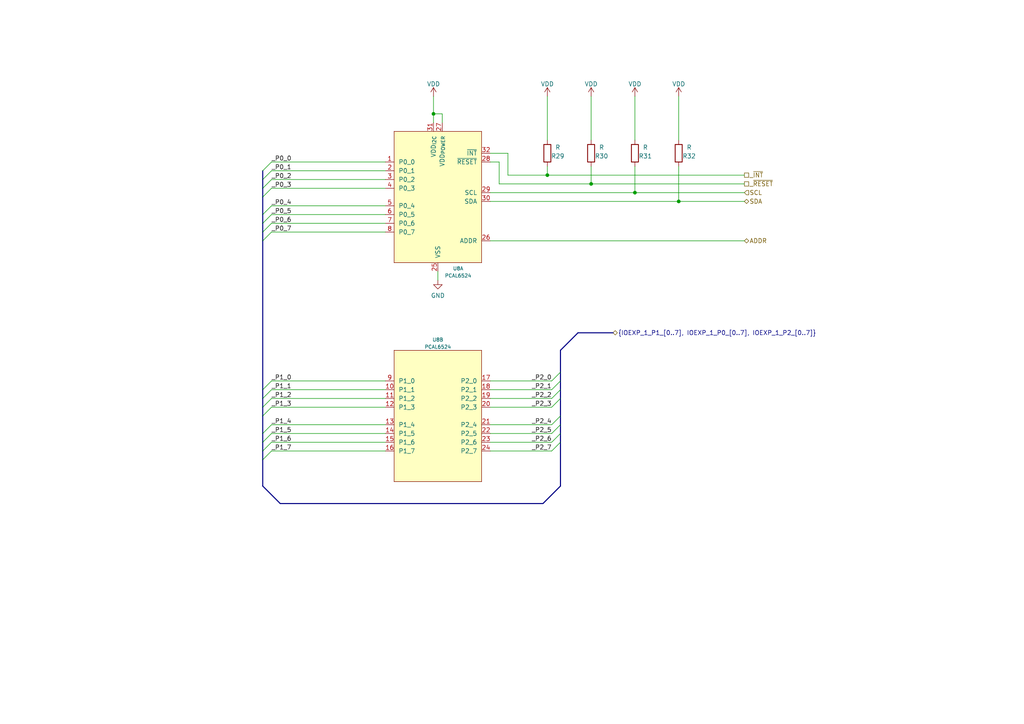
<source format=kicad_sch>
(kicad_sch (version 20230121) (generator eeschema)
  (paper "A4")
  (lib_symbols
    (symbol "0.Project:PCAL6524" (pin_names (offset 1.27))
      (property "Reference" "U" (at 0 0 0))
      (property "Value" "PCAL6524" (at 0 0 0))
      (symbol "PCAL6524_0_0"
        (pin bidirectional line (at 12.7 -40.64 90) (length 2.54) hide (name "VSS") (number "EPAD"))
      )
      (symbol "PCAL6524_0_1"
        (rectangle (start 0 0) (end 25.4 -38.1) (fill (type background)))
      )
      (symbol "PCAL6524_1_1"
        (pin bidirectional line (at -2.54 -8.89 0) (length 2.54) (name "P0_0") (number "1"))
        (pin bidirectional line (at -2.54 -11.43 0) (length 2.54) (name "P0_1") (number "2"))
        (pin power_in line (at 12.7 -40.64 90) (length 2.54) (name "VSS") (number "25"))
        (pin passive line (at 27.94 -31.75 180) (length 2.54) (name "ADDR") (number "26"))
        (pin power_in line (at 13.97 2.54 270) (length 2.54) (name "VDD_{POWER}") (number "27"))
        (pin input line (at 27.94 -8.89 180) (length 2.54) (name "~{RESET}") (number "28"))
        (pin input line (at 27.94 -17.78 180) (length 2.54) (name "SCL") (number "29"))
        (pin bidirectional line (at -2.54 -13.97 0) (length 2.54) (name "P0_2") (number "3"))
        (pin bidirectional line (at 27.94 -20.32 180) (length 2.54) (name "SDA") (number "30"))
        (pin input line (at 11.43 2.54 270) (length 2.54) (name "VDD_{I2C}") (number "31"))
        (pin output line (at 27.94 -6.35 180) (length 2.54) (name "~{INT}") (number "32"))
        (pin bidirectional line (at -2.54 -16.51 0) (length 2.54) (name "P0_3") (number "4"))
        (pin bidirectional line (at -2.54 -21.59 0) (length 2.54) (name "P0_4") (number "5"))
        (pin bidirectional line (at -2.54 -24.13 0) (length 2.54) (name "P0_5") (number "6"))
        (pin bidirectional line (at -2.54 -26.67 0) (length 2.54) (name "P0_6") (number "7"))
        (pin bidirectional line (at -2.54 -29.21 0) (length 2.54) (name "P0_7") (number "8"))
      )
      (symbol "PCAL6524_2_1"
        (pin bidirectional line (at -2.54 -11.43 0) (length 2.54) (name "P1_1") (number "10"))
        (pin bidirectional line (at -2.54 -13.97 0) (length 2.54) (name "P1_2") (number "11"))
        (pin bidirectional line (at -2.54 -16.51 0) (length 2.54) (name "P1_3") (number "12"))
        (pin bidirectional line (at -2.54 -21.59 0) (length 2.54) (name "P1_4") (number "13"))
        (pin bidirectional line (at -2.54 -24.13 0) (length 2.54) (name "P1_5") (number "14"))
        (pin bidirectional line (at -2.54 -26.67 0) (length 2.54) (name "P1_6") (number "15"))
        (pin bidirectional line (at -2.54 -29.21 0) (length 2.54) (name "P1_7") (number "16"))
        (pin bidirectional line (at 27.94 -8.89 180) (length 2.54) (name "P2_0") (number "17"))
        (pin bidirectional line (at 27.94 -11.43 180) (length 2.54) (name "P2_1") (number "18"))
        (pin bidirectional line (at 27.94 -13.97 180) (length 2.54) (name "P2_2") (number "19"))
        (pin bidirectional line (at 27.94 -16.51 180) (length 2.54) (name "P2_3") (number "20"))
        (pin bidirectional line (at 27.94 -21.59 180) (length 2.54) (name "P2_4") (number "21"))
        (pin bidirectional line (at 27.94 -24.13 180) (length 2.54) (name "P2_5") (number "22"))
        (pin bidirectional line (at 27.94 -26.67 180) (length 2.54) (name "P2_6") (number "23"))
        (pin bidirectional line (at 27.94 -29.21 180) (length 2.54) (name "P2_7") (number "24"))
        (pin bidirectional line (at -2.54 -8.89 0) (length 2.54) (name "P1_0") (number "9"))
      )
    )
    (symbol "4ms_Power-symbol:GND" (power) (pin_names (offset 0))
      (property "Value" "GND" (at 0 -3.81 0))
      (symbol "GND_0_1"
        (polyline (pts (xy 0 0) (xy 0 -1.27) (xy 1.27 -1.27) (xy 0 -2.54) (xy -1.27 -1.27) (xy 0 -1.27)))
      )
      (symbol "GND_1_1"
        (pin power_in line (at 0 0 270) (length 0) hide (name "GND") (number "1"))
      )
    )
    (symbol "Device:R" (pin_numbers hide) (pin_names (offset 0))
      (property "Reference" "R" (at 2.032 0 90))
      (property "Value" "R" (at 0 0 90))
      (symbol "R_0_1"
        (rectangle (start -1.016 -2.54) (end 1.016 2.54) (stroke (width 0.254)))
      )
      (symbol "R_1_1"
        (pin passive line (at 0 3.81 270) (length 1.27) (name "~") (number "1"))
        (pin passive line (at 0 -3.81 90) (length 1.27) (name "~") (number "2"))
      )
    )
    (symbol "PCAL6524_1" (pin_names (offset 1.27))
      (property "Reference" "U" (at 0 0 0))
      (property "Value" "PCAL6524_1" (at 0 0 0))
      (symbol "PCAL6524_1_0_0"
        (pin bidirectional line (at 12.7 -40.64 90) (length 2.54) hide (name "VSS") (number "EPAD"))
      )
      (symbol "PCAL6524_1_0_1"
        (rectangle (start 0 0) (end 25.4 -38.1) (fill (type background)))
      )
      (symbol "PCAL6524_1_1_1"
        (pin bidirectional line (at -2.54 -8.89 0) (length 2.54) (name "P0_0") (number "1"))
        (pin bidirectional line (at -2.54 -11.43 0) (length 2.54) (name "P0_1") (number "2"))
        (pin power_in line (at 12.7 -40.64 90) (length 2.54) (name "VSS") (number "25"))
        (pin passive line (at 27.94 -31.75 180) (length 2.54) (name "ADDR") (number "26"))
        (pin power_in line (at 13.97 2.54 270) (length 2.54) (name "VDD_{POWER}") (number "27"))
        (pin input line (at 27.94 -8.89 180) (length 2.54) (name "~{RESET}") (number "28"))
        (pin input line (at 27.94 -17.78 180) (length 2.54) (name "SCL") (number "29"))
        (pin bidirectional line (at -2.54 -13.97 0) (length 2.54) (name "P0_2") (number "3"))
        (pin bidirectional line (at 27.94 -20.32 180) (length 2.54) (name "SDA") (number "30"))
        (pin input line (at 11.43 2.54 270) (length 2.54) (name "VDD_{I2C}") (number "31"))
        (pin output line (at 27.94 -6.35 180) (length 2.54) (name "~{INT}") (number "32"))
        (pin bidirectional line (at -2.54 -16.51 0) (length 2.54) (name "P0_3") (number "4"))
        (pin bidirectional line (at -2.54 -21.59 0) (length 2.54) (name "P0_4") (number "5"))
        (pin bidirectional line (at -2.54 -24.13 0) (length 2.54) (name "P0_5") (number "6"))
        (pin bidirectional line (at -2.54 -26.67 0) (length 2.54) (name "P0_6") (number "7"))
        (pin bidirectional line (at -2.54 -29.21 0) (length 2.54) (name "P0_7") (number "8"))
      )
      (symbol "PCAL6524_1_2_1"
        (pin bidirectional line (at -2.54 -11.43 0) (length 2.54) (name "P1_1") (number "10"))
        (pin bidirectional line (at -2.54 -13.97 0) (length 2.54) (name "P1_2") (number "11"))
        (pin bidirectional line (at -2.54 -16.51 0) (length 2.54) (name "P1_3") (number "12"))
        (pin bidirectional line (at -2.54 -21.59 0) (length 2.54) (name "P1_4") (number "13"))
        (pin bidirectional line (at -2.54 -24.13 0) (length 2.54) (name "P1_5") (number "14"))
        (pin bidirectional line (at -2.54 -26.67 0) (length 2.54) (name "P1_6") (number "15"))
        (pin bidirectional line (at -2.54 -29.21 0) (length 2.54) (name "P1_7") (number "16"))
        (pin bidirectional line (at 27.94 -8.89 180) (length 2.54) (name "P2_0") (number "17"))
        (pin bidirectional line (at 27.94 -11.43 180) (length 2.54) (name "P2_1") (number "18"))
        (pin bidirectional line (at 27.94 -13.97 180) (length 2.54) (name "P2_2") (number "19"))
        (pin bidirectional line (at 27.94 -16.51 180) (length 2.54) (name "P2_3") (number "20"))
        (pin bidirectional line (at 27.94 -21.59 180) (length 2.54) (name "P2_4") (number "21"))
        (pin bidirectional line (at 27.94 -24.13 180) (length 2.54) (name "P2_5") (number "22"))
        (pin bidirectional line (at 27.94 -26.67 180) (length 2.54) (name "P2_6") (number "23"))
        (pin bidirectional line (at 27.94 -29.21 180) (length 2.54) (name "P2_7") (number "24"))
        (pin bidirectional line (at -2.54 -8.89 0) (length 2.54) (name "P1_0") (number "9"))
      )
    )
    (symbol "power:VDD" (power) (pin_names (offset 0))
      (property "Value" "VDD" (at 0 3.81 0))
      (symbol "VDD_0_1"
        (polyline (pts (xy -0.762 1.27) (xy 0 2.54)))
        (polyline (pts (xy 0 0) (xy 0 2.54)))
        (polyline (pts (xy 0 2.54) (xy 0.762 1.27)))
      )
      (symbol "VDD_1_1"
        (pin power_in line (at 0 0 90) (length 0) hide (name "VDD") (number "1"))
      )
    )
  )
  (junction (at 196.85 58.42))
  (junction (at 171.45 53.34))
  (junction (at 125.73 33.02))
  (junction (at 158.75 50.8))
  (junction (at 184.15 55.88))
  (bus_entry (at 160.02 110.49) (size 2.54 -2.54))
  (bus_entry (at 76.2 64.77) (size 2.54 -2.54))
  (bus_entry (at 160.02 113.03) (size 2.54 -2.54))
  (bus_entry (at 160.02 130.81) (size 2.54 -2.54))
  (bus_entry (at 76.2 130.81) (size 2.54 -2.54))
  (bus_entry (at 160.02 123.19) (size 2.54 -2.54))
  (bus_entry (at 76.2 54.61) (size 2.54 -2.54))
  (bus_entry (at 160.02 118.11) (size 2.54 -2.54))
  (bus_entry (at 76.2 115.57) (size 2.54 -2.54))
  (bus_entry (at 76.2 57.15) (size 2.54 -2.54))
  (bus_entry (at 76.2 113.03) (size 2.54 -2.54))
  (bus_entry (at 76.2 69.85) (size 2.54 -2.54))
  (bus_entry (at 76.2 120.65) (size 2.54 -2.54))
  (bus_entry (at 76.2 125.73) (size 2.54 -2.54))
  (bus_entry (at 76.2 52.07) (size 2.54 -2.54))
  (bus_entry (at 76.2 49.53) (size 2.54 -2.54))
  (bus_entry (at 76.2 128.27) (size 2.54 -2.54))
  (bus_entry (at 76.2 133.35) (size 2.54 -2.54))
  (bus_entry (at 160.02 128.27) (size 2.54 -2.54))
  (bus_entry (at 160.02 115.57) (size 2.54 -2.54))
  (bus_entry (at 76.2 118.11) (size 2.54 -2.54))
  (bus_entry (at 76.2 67.31) (size 2.54 -2.54))
  (bus_entry (at 76.2 62.23) (size 2.54 -2.54))
  (bus_entry (at 160.02 125.73) (size 2.54 -2.54))
  (wire (pts (xy 127 78.74) (xy 127 81.28)))
  (bus (pts (xy 76.2 54.61) (xy 76.2 57.15)))
  (bus (pts (xy 81.28 146.05) (xy 157.48 146.05)))
  (bus (pts (xy 162.56 115.57) (xy 162.56 113.03)))
  (wire (pts (xy 142.24 44.45) (xy 147.32 44.45)))
  (bus (pts (xy 81.28 146.05) (xy 76.2 140.97)))
  (wire (pts (xy 142.24 118.11) (xy 160.02 118.11)))
  (wire (pts (xy 78.74 49.53) (xy 111.76 49.53)))
  (bus (pts (xy 76.2 57.15) (xy 76.2 62.23)))
  (bus (pts (xy 76.2 67.31) (xy 76.2 69.85)))
  (wire (pts (xy 184.15 27.94) (xy 184.15 40.64)))
  (bus (pts (xy 162.56 110.49) (xy 162.56 107.95)))
  (wire (pts (xy 171.45 27.94) (xy 171.45 40.64)))
  (bus (pts (xy 162.56 125.73) (xy 162.56 123.19)))
  (bus (pts (xy 76.2 62.23) (xy 76.2 64.77)))
  (wire (pts (xy 142.24 128.27) (xy 160.02 128.27)))
  (wire (pts (xy 128.27 33.02) (xy 128.27 35.56)))
  (bus (pts (xy 157.48 146.05) (xy 162.56 140.97)))
  (bus (pts (xy 76.2 113.03) (xy 76.2 115.57)))
  (wire (pts (xy 196.85 27.94) (xy 196.85 40.64)))
  (wire (pts (xy 142.24 113.03) (xy 160.02 113.03)))
  (wire (pts (xy 196.85 48.26) (xy 196.85 58.42)))
  (bus (pts (xy 162.56 101.6) (xy 167.64 96.52)))
  (wire (pts (xy 78.74 118.11) (xy 111.76 118.11)))
  (wire (pts (xy 184.15 48.26) (xy 184.15 55.88)))
  (bus (pts (xy 76.2 64.77) (xy 76.2 67.31)))
  (bus (pts (xy 162.56 140.97) (xy 162.56 128.27)))
  (wire (pts (xy 78.74 52.07) (xy 111.76 52.07)))
  (wire (pts (xy 158.75 27.94) (xy 158.75 40.64)))
  (wire (pts (xy 147.32 50.8) (xy 158.75 50.8)))
  (bus (pts (xy 76.2 69.85) (xy 76.2 113.03)))
  (bus (pts (xy 76.2 118.11) (xy 76.2 120.65)))
  (bus (pts (xy 162.56 123.19) (xy 162.56 120.65)))
  (bus (pts (xy 76.2 125.73) (xy 76.2 128.27)))
  (wire (pts (xy 78.74 128.27) (xy 111.76 128.27)))
  (bus (pts (xy 167.64 96.52) (xy 177.8 96.52)))
  (wire (pts (xy 78.74 123.19) (xy 111.76 123.19)))
  (wire (pts (xy 78.74 113.03) (xy 111.76 113.03)))
  (wire (pts (xy 78.74 59.69) (xy 111.76 59.69)))
  (wire (pts (xy 142.24 69.85) (xy 215.9 69.85)))
  (bus (pts (xy 162.56 128.27) (xy 162.56 125.73)))
  (wire (pts (xy 142.24 55.88) (xy 184.15 55.88)))
  (bus (pts (xy 162.56 120.65) (xy 162.56 115.57)))
  (wire (pts (xy 144.78 46.99) (xy 144.78 53.34)))
  (wire (pts (xy 158.75 50.8) (xy 215.9 50.8)))
  (wire (pts (xy 142.24 58.42) (xy 196.85 58.42)))
  (bus (pts (xy 76.2 133.35) (xy 76.2 130.81)))
  (wire (pts (xy 158.75 50.8) (xy 158.75 48.26)))
  (wire (pts (xy 142.24 123.19) (xy 160.02 123.19)))
  (wire (pts (xy 78.74 54.61) (xy 111.76 54.61)))
  (wire (pts (xy 78.74 46.99) (xy 111.76 46.99)))
  (wire (pts (xy 160.02 110.49) (xy 142.24 110.49)))
  (bus (pts (xy 76.2 118.11) (xy 76.2 115.57)))
  (wire (pts (xy 147.32 44.45) (xy 147.32 50.8)))
  (wire (pts (xy 142.24 125.73) (xy 160.02 125.73)))
  (wire (pts (xy 144.78 53.34) (xy 171.45 53.34)))
  (wire (pts (xy 184.15 55.88) (xy 215.9 55.88)))
  (bus (pts (xy 162.56 113.03) (xy 162.56 110.49)))
  (wire (pts (xy 78.74 62.23) (xy 111.76 62.23)))
  (wire (pts (xy 171.45 53.34) (xy 215.9 53.34)))
  (wire (pts (xy 78.74 130.81) (xy 111.76 130.81)))
  (bus (pts (xy 76.2 130.81) (xy 76.2 128.27)))
  (wire (pts (xy 142.24 46.99) (xy 144.78 46.99)))
  (wire (pts (xy 125.73 33.02) (xy 128.27 33.02)))
  (wire (pts (xy 78.74 110.49) (xy 111.76 110.49)))
  (wire (pts (xy 78.74 64.77) (xy 111.76 64.77)))
  (wire (pts (xy 78.74 125.73) (xy 111.76 125.73)))
  (wire (pts (xy 78.74 67.31) (xy 111.76 67.31)))
  (bus (pts (xy 76.2 120.65) (xy 76.2 125.73)))
  (wire (pts (xy 78.74 115.57) (xy 111.76 115.57)))
  (wire (pts (xy 196.85 58.42) (xy 215.9 58.42)))
  (bus (pts (xy 76.2 133.35) (xy 76.2 140.97)))
  (bus (pts (xy 76.2 49.53) (xy 76.2 52.07)))
  (bus (pts (xy 76.2 52.07) (xy 76.2 54.61)))
  (wire (pts (xy 142.24 115.57) (xy 160.02 115.57)))
  (wire (pts (xy 171.45 48.26) (xy 171.45 53.34)))
  (bus (pts (xy 162.56 107.95) (xy 162.56 101.6)))
  (wire (pts (xy 142.24 130.81) (xy 160.02 130.81)))
  (wire (pts (xy 125.73 33.02) (xy 125.73 35.56)))
  (wire (pts (xy 125.73 27.94) (xy 125.73 33.02)))
  (label "${SHEETNAME}_P2_3" (at 160.02 118.11 180))
  (label "${SHEETNAME}_P0_2" (at 78.74 52.07 0))
  (label "${SHEETNAME}_P0_6" (at 78.74 64.77 0))
  (label "${SHEETNAME}_P0_4" (at 78.74 59.69 0))
  (label "${SHEETNAME}_P1_5" (at 78.74 125.73 0))
  (label "${SHEETNAME}_P0_5" (at 78.74 62.23 0))
  (label "${SHEETNAME}_P0_1" (at 78.74 49.53 0))
  (label "${SHEETNAME}_P1_2" (at 78.74 115.57 0))
  (label "${SHEETNAME}_P1_6" (at 78.74 128.27 0))
  (label "${SHEETNAME}_P0_3" (at 78.74 54.61 0))
  (label "${SHEETNAME}_P2_5" (at 160.02 125.73 180))
  (label "${SHEETNAME}_P2_4" (at 160.02 123.19 180))
  (label "${SHEETNAME}_P0_7" (at 78.74 67.31 0))
  (label "${SHEETNAME}_P2_0" (at 160.02 110.49 180))
  (label "${SHEETNAME}_P1_1" (at 78.74 113.03 0))
  (label "${SHEETNAME}_P1_7" (at 78.74 130.81 0))
  (label "${SHEETNAME}_P2_6" (at 160.02 128.27 180))
  (label "${SHEETNAME}_P2_1" (at 160.02 113.03 180))
  (label "${SHEETNAME}_P2_2" (at 160.02 115.57 180))
  (label "${SHEETNAME}_P1_3" (at 78.74 118.11 0))
  (label "${SHEETNAME}_P2_7" (at 160.02 130.81 180))
  (label "${SHEETNAME}_P1_4" (at 78.74 123.19 0))
  (label "${SHEETNAME}_P0_0" (at 78.74 46.99 0))
  (label "${SHEETNAME}_P1_0" (at 78.74 110.49 0))
  (hierarchical_label "SCL" (shape input) (at 215.9 55.88 0))
  (hierarchical_label "{IOEXP_1_P1_[0..7], IOEXP_1_P0_[0..7], IOEXP_1_P2_[0..7]}" (shape bidirectional) (at 177.8 96.52 0))
  (hierarchical_label "ADDR" (shape bidirectional) (at 215.9 69.85 0))
  (hierarchical_label "${SHEETNAME}_~{RESET}" (shape passive) (at 215.9 53.34 0))
  (hierarchical_label "SDA" (shape bidirectional) (at 215.9 58.42 0))
  (hierarchical_label "${SHEETNAME}_~{INT}" (shape passive) (at 215.9 50.8 0))
  (symbol (lib_id "power:VDD") (at 171.45 27.94 0) (unit 1)
    (property "Reference" "#PWR0184" (effects hide))
    (property "Value" "VDD" (at 171.45 24.3642 0))
  )
  (symbol (lib_name "PCAL6524_1") (lib_id "0.Project:PCAL6524") (at 114.3 38.1 0) (unit 1)
    (property "Reference" "U8" (at 132.8808 77.8752 0) (effects (font (size 1.016 1.016))))
    (property "Value" "PCAL6524" (at 132.8808 79.9556 0) (effects (font (size 1.016 1.016))))
    (property "Footprint" "0:PCAL6524HEHP" (effects hide))
    (property "Datasheet" "https://www.nxp.com/docs/en/data-sheet/PCAL6524.pdf" (effects hide))
  )
  (symbol (lib_id "Device:R") (at 196.85 44.45 0) (mirror x) (unit 1)
    (property "Reference" "R32" (at 199.8867 45.2847 0))
    (property "Value" "R" (at 199.8867 42.7478 0))
  )
  (symbol (lib_id "power:VDD") (at 184.15 27.94 0) (unit 1)
    (property "Reference" "#PWR0182" (effects hide))
    (property "Value" "VDD" (at 184.15 24.3642 0))
  )
  (symbol (lib_id "0.Project:PCAL6524") (at 114.3 101.6 0) (unit 2)
    (property "Reference" "U8" (at 127 98.5386 0) (effects (font (size 1.016 1.016))))
    (property "Value" "PCAL6524" (at 127 100.619 0) (effects (font (size 1.016 1.016))))
    (property "Footprint" "0:PCAL6524HEHP" (effects hide))
    (property "Datasheet" "https://www.nxp.com/docs/en/data-sheet/PCAL6524.pdf" (effects hide))
  )
  (symbol (lib_id "Device:R") (at 184.15 44.45 0) (mirror x) (unit 1)
    (property "Reference" "R31" (at 187.1867 45.2847 0))
    (property "Value" "R" (at 187.1867 42.7478 0))
  )
  (symbol (lib_id "Device:R") (at 158.75 44.45 0) (mirror x) (unit 1)
    (property "Reference" "R29" (at 161.7867 45.2847 0))
    (property "Value" "R" (at 161.7867 42.7478 0))
  )
  (symbol (lib_id "Device:R") (at 171.45 44.45 0) (mirror x) (unit 1)
    (property "Reference" "R30" (at 174.4867 45.2847 0))
    (property "Value" "R" (at 174.4867 42.7478 0))
  )
  (symbol (lib_id "4ms_Power-symbol:GND") (at 127 81.28 0) (unit 1)
    (property "Reference" "#PWR0186" (effects hide))
    (property "Value" "GND" (at 127 85.7234 0))
  )
  (symbol (lib_id "power:VDD") (at 196.85 27.94 0) (unit 1)
    (property "Reference" "#PWR0181" (effects hide))
    (property "Value" "VDD" (at 196.85 24.3642 0))
  )
  (symbol (lib_id "power:VDD") (at 158.75 27.94 0) (unit 1)
    (property "Reference" "#PWR0183" (effects hide))
    (property "Value" "VDD" (at 158.75 24.3642 0))
  )
  (symbol (lib_id "power:VDD") (at 125.73 27.94 0) (unit 1)
    (property "Reference" "#PWR0185" (effects hide))
    (property "Value" "VDD" (at 125.73 24.3642 0))
  )
)
</source>
